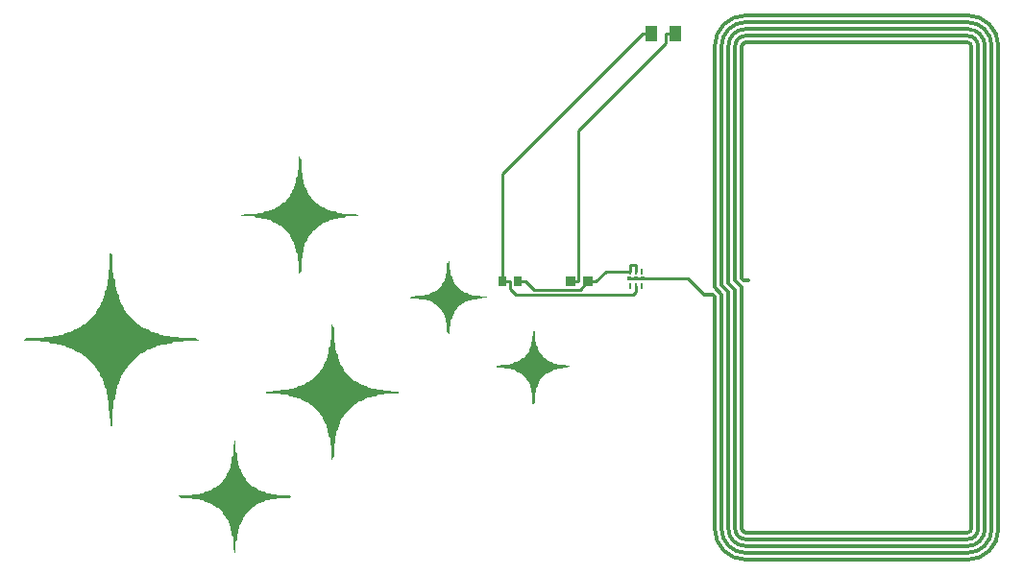
<source format=gtl>
G04 Layer: TopLayer*
G04 EasyEDA v6.5.44, 2024-07-31 12:08:04*
G04 6954650e1ca441158a02f330892e30e1,656c5020d22243dfa845eb86cb698064,10*
G04 Gerber Generator version 0.2*
G04 Scale: 100 percent, Rotated: No, Reflected: No *
G04 Dimensions in millimeters *
G04 leading zeros omitted , absolute positions ,4 integer and 5 decimal *
%FSLAX45Y45*%
%MOMM*%

%AMMACRO1*21,1,$1,$2,0,0,$3*%
%ADD10C,0.2540*%
%ADD11C,0.3000*%
%ADD12C,0.3000*%
%ADD13R,0.8000X0.9000*%
%ADD14MACRO1,1X1.3995X0.0000*%
%ADD15R,1.0000X1.3995*%
%ADD16MACRO1,0.864X0.8065X90.0000*%
%ADD17R,0.2800X0.5000*%
%ADD18R,0.4500X0.3000*%
%ADD19R,0.3000X0.3000*%
%ADD20R,0.0172X0.3000*%

%LPD*%
G36*
X2556306Y-1397000D02*
G01*
X2554274Y-1512671D01*
X2543352Y-1521714D01*
X2543352Y-1579016D01*
X2532278Y-1588262D01*
X2532278Y-1623415D01*
X2521204Y-1632610D01*
X2521204Y-1656638D01*
X2510078Y-1665833D01*
X2510078Y-1689912D01*
X2499004Y-1699107D01*
X2499004Y-1711604D01*
X2476804Y-1732838D01*
X2476804Y-1744725D01*
X2443581Y-1777339D01*
X2443581Y-1789328D01*
X2426462Y-1805381D01*
X2415540Y-1805381D01*
X2382875Y-1838655D01*
X2370531Y-1838655D01*
X2361336Y-1849729D01*
X2348382Y-1849729D01*
X2339187Y-1860854D01*
X2315108Y-1860854D01*
X2305913Y-1871929D01*
X2292959Y-1871929D01*
X2283714Y-1883003D01*
X2248560Y-1883003D01*
X2239365Y-1894078D01*
X2193137Y-1894078D01*
X2183942Y-1905203D01*
X2071166Y-1905203D01*
X2061972Y-1916277D01*
X2055266Y-1916277D01*
X2052472Y-1916531D01*
X2049932Y-1917192D01*
X2047849Y-1918207D01*
X2046579Y-1919427D01*
X2044598Y-1922627D01*
X2049322Y-1927352D01*
X2161794Y-1927352D01*
X2170988Y-1938426D01*
X2228291Y-1938426D01*
X2237486Y-1949551D01*
X2272639Y-1949551D01*
X2281834Y-1960625D01*
X2305913Y-1960625D01*
X2315108Y-1971700D01*
X2328062Y-1971700D01*
X2337308Y-1982774D01*
X2350262Y-1982774D01*
X2359456Y-1993900D01*
X2372461Y-1993900D01*
X2381656Y-2004974D01*
X2393797Y-2004974D01*
X2476804Y-2088235D01*
X2476804Y-2100173D01*
X2487930Y-2109368D01*
X2487930Y-2122322D01*
X2499004Y-2131517D01*
X2499004Y-2144522D01*
X2510078Y-2153716D01*
X2510078Y-2166670D01*
X2521204Y-2175865D01*
X2521204Y-2199944D01*
X2532278Y-2209139D01*
X2532278Y-2244293D01*
X2543352Y-2253488D01*
X2543352Y-2310841D01*
X2554274Y-2319883D01*
X2556306Y-2435555D01*
X2563672Y-2435555D01*
X2565958Y-2419451D01*
X2576626Y-2410612D01*
X2576626Y-2297836D01*
X2587701Y-2288641D01*
X2587701Y-2242413D01*
X2598775Y-2233218D01*
X2598775Y-2198065D01*
X2609900Y-2188870D01*
X2609900Y-2164791D01*
X2620975Y-2155596D01*
X2620975Y-2142642D01*
X2632049Y-2133396D01*
X2632049Y-2120442D01*
X2643124Y-2111248D01*
X2643124Y-2098903D01*
X2676042Y-2066594D01*
X2678277Y-2051151D01*
X2693619Y-2048967D01*
X2737154Y-2004974D01*
X2748940Y-2004974D01*
X2770174Y-1982774D01*
X2782671Y-1982774D01*
X2791917Y-1971700D01*
X2815945Y-1971700D01*
X2825140Y-1960625D01*
X2849219Y-1960625D01*
X2858414Y-1949551D01*
X2893568Y-1949551D01*
X2902762Y-1938426D01*
X2960116Y-1938426D01*
X2969158Y-1927555D01*
X3084830Y-1925523D01*
X3083255Y-1918106D01*
X3075990Y-1916988D01*
X3072841Y-1916125D01*
X3069539Y-1914601D01*
X3066592Y-1912670D01*
X3064306Y-1910486D01*
X3059887Y-1905203D01*
X2947111Y-1905203D01*
X2937916Y-1894078D01*
X2891688Y-1894078D01*
X2882493Y-1883003D01*
X2847340Y-1883003D01*
X2838145Y-1871929D01*
X2814066Y-1871929D01*
X2804871Y-1860854D01*
X2791917Y-1860854D01*
X2782671Y-1849729D01*
X2769717Y-1849729D01*
X2760522Y-1838655D01*
X2748026Y-1838655D01*
X2726791Y-1816455D01*
X2715006Y-1816455D01*
X2665323Y-1766417D01*
X2665323Y-1755038D01*
X2643124Y-1733804D01*
X2643124Y-1721307D01*
X2632049Y-1712112D01*
X2632049Y-1699107D01*
X2620975Y-1689912D01*
X2620975Y-1676958D01*
X2609900Y-1667764D01*
X2609900Y-1643684D01*
X2598775Y-1634489D01*
X2598775Y-1599336D01*
X2587701Y-1590141D01*
X2587701Y-1543913D01*
X2576626Y-1534668D01*
X2576626Y-1421942D01*
X2565958Y-1413103D01*
X2563672Y-1397000D01*
G37*
G36*
X896264Y-2248814D02*
G01*
X891235Y-2253843D01*
X891235Y-2388412D01*
X880160Y-2397658D01*
X880160Y-2477160D01*
X869086Y-2486355D01*
X869086Y-2532583D01*
X858012Y-2541778D01*
X858012Y-2576931D01*
X846886Y-2586126D01*
X846886Y-2621280D01*
X835812Y-2630474D01*
X835812Y-2643428D01*
X824737Y-2652674D01*
X824737Y-2676702D01*
X813612Y-2685897D01*
X813612Y-2698902D01*
X802538Y-2708097D01*
X802538Y-2720594D01*
X780389Y-2741828D01*
X780389Y-2754325D01*
X769264Y-2763520D01*
X769264Y-2775661D01*
X663854Y-2880868D01*
X652373Y-2880868D01*
X631139Y-2903067D01*
X618642Y-2903067D01*
X609447Y-2914142D01*
X596493Y-2914142D01*
X587298Y-2925216D01*
X574294Y-2925216D01*
X565099Y-2936341D01*
X552145Y-2936341D01*
X542899Y-2947416D01*
X518871Y-2947416D01*
X509676Y-2958490D01*
X485597Y-2958490D01*
X476402Y-2969615D01*
X441248Y-2969615D01*
X432054Y-2980690D01*
X385826Y-2980690D01*
X376580Y-2991764D01*
X308203Y-2991764D01*
X299008Y-3002838D01*
X153365Y-3002838D01*
X137210Y-3020060D01*
X142189Y-3025038D01*
X276809Y-3025038D01*
X286004Y-3036112D01*
X354431Y-3036112D01*
X363626Y-3047187D01*
X420979Y-3047187D01*
X430174Y-3058312D01*
X465328Y-3058312D01*
X474522Y-3069386D01*
X498551Y-3069386D01*
X507796Y-3080461D01*
X531825Y-3080461D01*
X541020Y-3091535D01*
X554024Y-3091535D01*
X563219Y-3102660D01*
X576173Y-3102660D01*
X585368Y-3113735D01*
X598373Y-3113735D01*
X607568Y-3124809D01*
X620522Y-3124809D01*
X629767Y-3135884D01*
X642213Y-3135884D01*
X663498Y-3158083D01*
X675182Y-3158083D01*
X758190Y-3241344D01*
X758190Y-3252774D01*
X780389Y-3274060D01*
X780389Y-3286048D01*
X802538Y-3307283D01*
X802538Y-3330397D01*
X824737Y-3351631D01*
X824737Y-3375253D01*
X835812Y-3384448D01*
X835812Y-3408476D01*
X846886Y-3417722D01*
X846886Y-3441750D01*
X858012Y-3450945D01*
X858012Y-3486099D01*
X869086Y-3495294D01*
X869086Y-3541572D01*
X880160Y-3550767D01*
X880160Y-3630269D01*
X891082Y-3639312D01*
X893114Y-3777132D01*
X911606Y-3777132D01*
X913587Y-3628237D01*
X924509Y-3619144D01*
X924509Y-3550767D01*
X935583Y-3541572D01*
X935583Y-3495294D01*
X946708Y-3486099D01*
X946708Y-3450945D01*
X957783Y-3441750D01*
X957783Y-3417722D01*
X968857Y-3408476D01*
X968857Y-3384448D01*
X979932Y-3375253D01*
X979932Y-3351174D01*
X991057Y-3341979D01*
X991057Y-3328974D01*
X1002131Y-3319779D01*
X1002131Y-3307283D01*
X1024331Y-3286048D01*
X1024331Y-3274060D01*
X1046480Y-3252774D01*
X1046480Y-3241141D01*
X1129741Y-3158083D01*
X1141171Y-3158083D01*
X1162456Y-3135884D01*
X1174953Y-3135884D01*
X1184148Y-3124809D01*
X1196644Y-3124809D01*
X1217879Y-3102660D01*
X1241450Y-3102660D01*
X1250645Y-3091535D01*
X1263650Y-3091535D01*
X1272844Y-3080461D01*
X1296924Y-3080461D01*
X1306118Y-3069386D01*
X1330147Y-3069386D01*
X1339392Y-3058312D01*
X1385620Y-3058312D01*
X1394815Y-3047187D01*
X1441043Y-3047187D01*
X1450238Y-3036112D01*
X1529740Y-3036112D01*
X1538833Y-3025190D01*
X1676654Y-3023209D01*
X1676654Y-3015792D01*
X1660550Y-3013506D01*
X1651711Y-3002838D01*
X1505712Y-3002838D01*
X1496466Y-2991764D01*
X1428089Y-2991764D01*
X1418894Y-2980690D01*
X1372616Y-2980690D01*
X1363421Y-2969615D01*
X1328267Y-2969615D01*
X1319072Y-2958490D01*
X1295044Y-2958490D01*
X1285798Y-2947416D01*
X1261770Y-2947416D01*
X1252575Y-2936341D01*
X1239570Y-2936341D01*
X1230376Y-2925216D01*
X1217422Y-2925216D01*
X1208227Y-2914142D01*
X1195222Y-2914142D01*
X1186027Y-2903067D01*
X1173530Y-2903067D01*
X1152296Y-2880868D01*
X1140612Y-2880868D01*
X1035405Y-2775458D01*
X1035405Y-2764028D01*
X1013206Y-2742742D01*
X1013206Y-2730246D01*
X1002131Y-2721051D01*
X1002131Y-2708097D01*
X991057Y-2698902D01*
X991057Y-2685897D01*
X979932Y-2676702D01*
X979932Y-2663748D01*
X968857Y-2654554D01*
X968857Y-2619400D01*
X957783Y-2610205D01*
X957783Y-2586126D01*
X946708Y-2576931D01*
X946708Y-2552852D01*
X935583Y-2543657D01*
X935583Y-2486355D01*
X924509Y-2477160D01*
X924509Y-2419807D01*
X913434Y-2410612D01*
X913434Y-2264968D01*
G37*
G36*
X3883151Y-2317292D02*
G01*
X3875786Y-2318816D01*
X3874617Y-2326081D01*
X3873754Y-2329281D01*
X3872229Y-2332532D01*
X3870299Y-2335479D01*
X3868165Y-2337765D01*
X3862832Y-2342184D01*
X3862832Y-2421686D01*
X3851757Y-2430881D01*
X3851757Y-2466035D01*
X3840632Y-2475230D01*
X3840632Y-2488234D01*
X3829558Y-2497429D01*
X3829558Y-2510383D01*
X3818483Y-2519578D01*
X3818483Y-2531821D01*
X3768394Y-2581503D01*
X3756558Y-2581503D01*
X3747363Y-2592628D01*
X3734358Y-2592628D01*
X3725164Y-2603703D01*
X3712210Y-2603703D01*
X3703015Y-2614777D01*
X3667861Y-2614777D01*
X3658666Y-2625852D01*
X3579164Y-2625852D01*
X3569919Y-2636977D01*
X3545382Y-2636977D01*
X3541471Y-2643327D01*
X3546195Y-2648051D01*
X3614267Y-2648051D01*
X3623513Y-2659126D01*
X3680815Y-2659126D01*
X3690010Y-2670200D01*
X3714089Y-2670200D01*
X3723284Y-2681325D01*
X3735781Y-2681325D01*
X3757015Y-2703474D01*
X3768801Y-2703474D01*
X3818483Y-2753563D01*
X3818483Y-2765399D01*
X3829558Y-2774594D01*
X3829558Y-2787599D01*
X3840632Y-2796794D01*
X3840632Y-2809748D01*
X3851757Y-2818993D01*
X3851757Y-2854096D01*
X3862832Y-2863291D01*
X3862832Y-2942793D01*
X3868165Y-2947212D01*
X3870299Y-2949498D01*
X3872229Y-2952496D01*
X3873754Y-2955747D01*
X3874617Y-2958896D01*
X3875786Y-2966212D01*
X3883151Y-2967736D01*
X3885285Y-2896362D01*
X3896106Y-2887370D01*
X3896106Y-2841142D01*
X3907180Y-2831947D01*
X3907180Y-2807868D01*
X3918254Y-2798673D01*
X3918254Y-2785719D01*
X3929329Y-2776524D01*
X3929329Y-2764028D01*
X3951528Y-2742742D01*
X3951528Y-2730652D01*
X3968648Y-2714599D01*
X3979722Y-2714599D01*
X4000957Y-2692400D01*
X4013454Y-2692400D01*
X4022648Y-2681325D01*
X4035653Y-2681325D01*
X4044848Y-2670200D01*
X4068876Y-2670200D01*
X4078122Y-2659126D01*
X4124350Y-2659126D01*
X4133342Y-2648305D01*
X4213961Y-2646222D01*
X4214012Y-2638806D01*
X4166514Y-2636621D01*
X4157624Y-2625852D01*
X4089196Y-2625852D01*
X4080001Y-2614777D01*
X4055922Y-2614777D01*
X4046728Y-2603703D01*
X4023156Y-2603703D01*
X4001871Y-2581503D01*
X3990187Y-2581503D01*
X3929329Y-2520391D01*
X3929329Y-2508504D01*
X3918254Y-2499309D01*
X3918254Y-2486355D01*
X3907180Y-2477160D01*
X3907180Y-2453081D01*
X3896106Y-2443886D01*
X3896106Y-2397658D01*
X3885285Y-2388666D01*
G37*
G36*
X2844596Y-2882747D02*
G01*
X2842564Y-3009493D01*
X2831642Y-3018536D01*
X2831642Y-3075889D01*
X2820568Y-3085084D01*
X2820568Y-3131312D01*
X2809494Y-3140506D01*
X2809494Y-3164586D01*
X2798368Y-3173780D01*
X2798368Y-3197809D01*
X2787294Y-3207054D01*
X2787294Y-3220008D01*
X2776220Y-3229203D01*
X2776220Y-3242157D01*
X2765145Y-3251403D01*
X2765145Y-3263900D01*
X2742946Y-3285134D01*
X2742946Y-3296818D01*
X2670759Y-3368751D01*
X2659329Y-3368751D01*
X2638094Y-3390950D01*
X2625598Y-3390950D01*
X2616352Y-3402025D01*
X2603398Y-3402025D01*
X2594203Y-3413099D01*
X2581198Y-3413099D01*
X2572004Y-3424174D01*
X2547975Y-3424174D01*
X2538780Y-3435248D01*
X2514701Y-3435248D01*
X2505506Y-3446373D01*
X2470353Y-3446373D01*
X2461158Y-3457448D01*
X2392730Y-3457448D01*
X2383688Y-3468370D01*
X2268016Y-3470401D01*
X2265832Y-3485489D01*
X2271064Y-3490722D01*
X2394610Y-3490722D01*
X2403805Y-3501796D01*
X2461158Y-3501796D01*
X2470353Y-3512870D01*
X2505506Y-3512870D01*
X2514701Y-3523996D01*
X2538780Y-3523996D01*
X2547975Y-3535070D01*
X2572004Y-3535070D01*
X2581198Y-3546144D01*
X2594203Y-3546144D01*
X2603398Y-3557219D01*
X2616352Y-3557219D01*
X2625598Y-3568344D01*
X2638094Y-3568344D01*
X2659329Y-3590493D01*
X2671013Y-3590493D01*
X2742946Y-3662679D01*
X2742946Y-3674110D01*
X2765145Y-3695344D01*
X2765145Y-3707841D01*
X2776220Y-3717086D01*
X2776220Y-3730040D01*
X2787294Y-3739235D01*
X2787294Y-3752240D01*
X2798368Y-3761435D01*
X2798368Y-3785463D01*
X2809494Y-3794658D01*
X2809494Y-3829812D01*
X2820568Y-3839006D01*
X2820568Y-3874160D01*
X2831642Y-3883355D01*
X2831642Y-3940708D01*
X2842564Y-3949750D01*
X2844596Y-4076496D01*
X2851962Y-4076496D01*
X2854248Y-4060393D01*
X2864916Y-4051554D01*
X2864916Y-3927754D01*
X2875991Y-3918508D01*
X2875991Y-3861206D01*
X2887065Y-3852011D01*
X2887065Y-3816858D01*
X2898190Y-3807663D01*
X2898190Y-3783584D01*
X2909265Y-3774389D01*
X2909265Y-3761435D01*
X2920339Y-3752240D01*
X2920339Y-3728161D01*
X2931464Y-3718966D01*
X2931464Y-3706469D01*
X2953613Y-3685184D01*
X2953613Y-3673551D01*
X3047949Y-3579418D01*
X3059430Y-3579418D01*
X3080664Y-3557219D01*
X3104235Y-3557219D01*
X3113430Y-3546144D01*
X3126435Y-3546144D01*
X3135630Y-3535070D01*
X3148584Y-3535070D01*
X3157778Y-3523996D01*
X3192932Y-3523996D01*
X3202127Y-3512870D01*
X3237280Y-3512870D01*
X3246475Y-3501796D01*
X3303828Y-3501796D01*
X3312871Y-3490874D01*
X3439617Y-3488842D01*
X3439617Y-3470401D01*
X3312871Y-3468370D01*
X3303828Y-3457448D01*
X3246475Y-3457448D01*
X3237280Y-3446373D01*
X3202127Y-3446373D01*
X3192932Y-3435248D01*
X3168904Y-3435248D01*
X3159709Y-3424174D01*
X3135630Y-3424174D01*
X3126435Y-3413099D01*
X3113430Y-3413099D01*
X3104235Y-3402025D01*
X3091281Y-3402025D01*
X3082086Y-3390950D01*
X3069082Y-3390950D01*
X3059887Y-3379825D01*
X3047746Y-3379825D01*
X2953613Y-3285490D01*
X2953613Y-3273552D01*
X2942539Y-3264357D01*
X2942539Y-3251860D01*
X2920339Y-3230626D01*
X2920339Y-3207054D01*
X2909265Y-3197809D01*
X2909265Y-3184855D01*
X2898190Y-3175660D01*
X2898190Y-3140506D01*
X2887065Y-3131312D01*
X2887065Y-3107232D01*
X2875991Y-3098038D01*
X2875991Y-3040735D01*
X2864916Y-3031540D01*
X2864916Y-2907690D01*
X2854248Y-2898851D01*
X2851962Y-2882747D01*
G37*
G36*
X4618634Y-2938170D02*
G01*
X4616551Y-3020618D01*
X4605731Y-3029610D01*
X4605731Y-3064764D01*
X4594656Y-3074009D01*
X4594656Y-3086963D01*
X4583531Y-3096158D01*
X4583531Y-3119577D01*
X4550257Y-3152241D01*
X4550257Y-3164179D01*
X4533188Y-3180232D01*
X4522114Y-3180232D01*
X4500829Y-3202432D01*
X4488332Y-3202432D01*
X4479137Y-3213506D01*
X4455109Y-3213506D01*
X4445863Y-3224631D01*
X4421835Y-3224631D01*
X4412640Y-3235706D01*
X4333138Y-3235706D01*
X4323943Y-3246780D01*
X4299407Y-3246780D01*
X4295444Y-3253130D01*
X4300169Y-3257854D01*
X4368292Y-3257854D01*
X4377486Y-3268979D01*
X4423714Y-3268979D01*
X4432909Y-3280054D01*
X4456988Y-3280054D01*
X4466183Y-3291128D01*
X4479137Y-3291128D01*
X4488332Y-3302203D01*
X4501337Y-3302203D01*
X4510532Y-3313328D01*
X4522825Y-3313328D01*
X4561382Y-3352342D01*
X4561382Y-3363671D01*
X4583531Y-3384905D01*
X4583531Y-3397402D01*
X4594656Y-3406597D01*
X4594656Y-3430676D01*
X4605731Y-3439871D01*
X4605731Y-3475024D01*
X4616805Y-3484219D01*
X4616805Y-3574491D01*
X4621784Y-3579469D01*
X4639005Y-3563365D01*
X4639005Y-3484219D01*
X4650079Y-3475024D01*
X4650079Y-3439871D01*
X4661154Y-3430676D01*
X4661154Y-3406597D01*
X4672228Y-3397402D01*
X4672228Y-3384448D01*
X4683353Y-3375253D01*
X4683353Y-3363010D01*
X4733442Y-3313328D01*
X4745278Y-3313328D01*
X4754473Y-3302203D01*
X4767427Y-3302203D01*
X4776622Y-3291128D01*
X4789627Y-3291128D01*
X4798822Y-3280054D01*
X4822901Y-3280054D01*
X4832096Y-3268979D01*
X4878324Y-3268979D01*
X4887315Y-3258108D01*
X4967935Y-3256026D01*
X4967986Y-3248609D01*
X4920538Y-3246475D01*
X4911598Y-3235706D01*
X4843170Y-3235706D01*
X4833975Y-3224631D01*
X4798822Y-3224631D01*
X4789627Y-3213506D01*
X4776622Y-3213506D01*
X4767427Y-3202432D01*
X4754930Y-3202432D01*
X4733696Y-3180232D01*
X4721606Y-3180232D01*
X4705502Y-3163163D01*
X4705502Y-3152241D01*
X4672228Y-3119577D01*
X4672228Y-3107232D01*
X4661154Y-3098038D01*
X4661154Y-3074009D01*
X4650079Y-3064764D01*
X4650079Y-3029610D01*
X4639208Y-3020618D01*
X4637125Y-2938170D01*
G37*
G36*
X1990801Y-3902811D02*
G01*
X1988566Y-3929938D01*
X1977898Y-3938828D01*
X1977898Y-4040479D01*
X1966772Y-4049674D01*
X1966772Y-4095953D01*
X1955698Y-4105148D01*
X1955698Y-4140301D01*
X1944624Y-4149496D01*
X1944624Y-4162450D01*
X1933498Y-4171645D01*
X1933498Y-4184650D01*
X1922424Y-4193844D01*
X1922424Y-4206798D01*
X1911350Y-4215993D01*
X1911350Y-4228490D01*
X1889150Y-4249724D01*
X1889150Y-4261561D01*
X1850136Y-4300118D01*
X1838807Y-4300118D01*
X1817573Y-4322267D01*
X1805076Y-4322267D01*
X1795881Y-4333392D01*
X1782876Y-4333392D01*
X1773682Y-4344466D01*
X1760728Y-4344466D01*
X1751533Y-4355541D01*
X1727454Y-4355541D01*
X1718259Y-4366615D01*
X1683105Y-4366615D01*
X1673910Y-4377740D01*
X1616557Y-4377740D01*
X1607362Y-4388815D01*
X1494129Y-4388815D01*
X1490218Y-4395165D01*
X1492554Y-4397552D01*
X1493977Y-4398467D01*
X1496110Y-4399229D01*
X1498600Y-4399686D01*
X1501241Y-4399889D01*
X1507591Y-4399889D01*
X1516786Y-4410964D01*
X1618437Y-4410964D01*
X1627682Y-4422089D01*
X1684985Y-4422089D01*
X1694180Y-4433163D01*
X1718259Y-4433163D01*
X1727454Y-4444238D01*
X1751533Y-4444238D01*
X1760728Y-4455312D01*
X1773682Y-4455312D01*
X1782876Y-4466437D01*
X1795881Y-4466437D01*
X1805076Y-4477512D01*
X1817573Y-4477512D01*
X1838807Y-4499711D01*
X1850593Y-4499711D01*
X1889150Y-4538726D01*
X1889150Y-4550054D01*
X1911350Y-4571288D01*
X1911350Y-4583328D01*
X1933498Y-4604562D01*
X1933498Y-4628134D01*
X1944624Y-4637328D01*
X1944624Y-4650333D01*
X1955698Y-4659528D01*
X1955698Y-4694682D01*
X1966772Y-4703876D01*
X1966772Y-4739030D01*
X1977898Y-4748225D01*
X1977898Y-4861001D01*
X1988566Y-4869840D01*
X1990801Y-4897018D01*
X1998218Y-4897018D01*
X2000250Y-4792421D01*
X2011121Y-4783378D01*
X2011121Y-4726025D01*
X2022246Y-4716830D01*
X2022246Y-4681677D01*
X2033320Y-4672482D01*
X2033320Y-4648403D01*
X2044395Y-4639208D01*
X2044395Y-4626254D01*
X2055469Y-4617059D01*
X2055469Y-4604054D01*
X2066594Y-4594860D01*
X2066594Y-4581906D01*
X2077669Y-4572711D01*
X2077669Y-4560519D01*
X2149856Y-4488586D01*
X2161286Y-4488586D01*
X2182520Y-4466437D01*
X2195017Y-4466437D01*
X2204212Y-4455312D01*
X2217216Y-4455312D01*
X2226411Y-4444238D01*
X2250490Y-4444238D01*
X2259685Y-4433163D01*
X2294839Y-4433163D01*
X2304034Y-4422089D01*
X2350262Y-4422089D01*
X2359456Y-4410964D01*
X2471826Y-4410964D01*
X2487980Y-4393793D01*
X2483002Y-4388815D01*
X2370531Y-4388815D01*
X2361336Y-4377740D01*
X2315108Y-4377740D01*
X2305913Y-4366615D01*
X2270760Y-4366615D01*
X2261565Y-4355541D01*
X2237486Y-4355541D01*
X2228291Y-4344466D01*
X2204720Y-4344466D01*
X2183485Y-4322267D01*
X2170988Y-4322267D01*
X2161794Y-4311192D01*
X2149551Y-4311192D01*
X2088743Y-4250080D01*
X2088743Y-4238650D01*
X2066594Y-4217416D01*
X2066594Y-4204919D01*
X2055469Y-4195724D01*
X2055469Y-4182770D01*
X2044395Y-4173524D01*
X2044395Y-4160570D01*
X2033320Y-4151376D01*
X2033320Y-4127296D01*
X2022246Y-4118101D01*
X2022246Y-4082948D01*
X2011121Y-4073753D01*
X2011121Y-4016451D01*
X2000250Y-4007408D01*
X1998218Y-3902811D01*
G37*
D10*
X5464507Y-2476505D02*
G01*
X5984245Y-2476505D01*
X6126479Y-2618739D01*
X5022164Y-2501900D02*
G01*
X5022164Y-1166164D01*
X5792876Y-395452D01*
X5792876Y-317500D01*
X4953863Y-2501900D02*
G01*
X5022164Y-2501900D01*
X5870829Y-317500D02*
G01*
X5792876Y-317500D01*
X5660770Y-317500D02*
G01*
X5582818Y-317500D01*
X5582818Y-317500D02*
G01*
X4349597Y-1550720D01*
X4349597Y-2501900D01*
X4417568Y-2501900D02*
G01*
X4417568Y-2569870D01*
X4465040Y-2617343D01*
X5501614Y-2617343D01*
X5524500Y-2594457D01*
X4349597Y-2501900D02*
G01*
X4417568Y-2501900D01*
X5524500Y-2541498D02*
G01*
X5524500Y-2594457D01*
X4489602Y-2501900D02*
G01*
X4557572Y-2501900D01*
X4557572Y-2501900D02*
G01*
X4629835Y-2574162D01*
X5032273Y-2574162D01*
X5104536Y-2501900D01*
X5104536Y-2501900D02*
G01*
X5172811Y-2501900D01*
X5172811Y-2501900D02*
G01*
X5263210Y-2411501D01*
X5474512Y-2411501D01*
X5474512Y-2358542D02*
G01*
X5524500Y-2358542D01*
X5474512Y-2411501D02*
G01*
X5474512Y-2358542D01*
X5524500Y-2411501D02*
G01*
X5524500Y-2358542D01*
D11*
X6125997Y-2617800D02*
G01*
X6138697Y-2617800D01*
X6205702Y-2617800D01*
X6222212Y-2634310D01*
X6222212Y-4684293D01*
X6462191Y-424306D02*
G01*
X6462191Y-2474290D01*
X6478701Y-2490800D01*
X6519697Y-2490800D01*
X6282207Y-4684293D02*
G01*
X6282207Y-2614295D01*
X6222212Y-2554300D01*
X6222212Y-424306D01*
X6402197Y-4684293D02*
G01*
X6402197Y-2574289D01*
X6342202Y-2514295D01*
X6342202Y-424306D01*
X6342202Y-4684293D02*
G01*
X6342202Y-2594305D01*
X6282207Y-2534310D01*
X6282207Y-424306D01*
X6462191Y-4684293D02*
G01*
X6462191Y-2554300D01*
X6402197Y-2494305D01*
X6402197Y-424306D01*
X6492214Y-154304D02*
G01*
X8452205Y-154304D01*
X6492214Y-214299D02*
G01*
X8452205Y-214299D01*
X6492214Y-274294D02*
G01*
X8452205Y-274294D01*
X6492214Y-334314D02*
G01*
X8452205Y-334314D01*
X6492214Y-394309D02*
G01*
X8452205Y-394309D01*
X6492214Y-4954295D02*
G01*
X8452205Y-4954295D01*
X6492214Y-4894300D02*
G01*
X8452205Y-4894300D01*
X6492214Y-4834305D02*
G01*
X8452205Y-4834305D01*
X6492214Y-4774285D02*
G01*
X8452205Y-4774285D01*
X6492214Y-4714290D02*
G01*
X8452205Y-4714290D01*
X8722207Y-4684293D02*
G01*
X8722207Y-424306D01*
X8662187Y-4684293D02*
G01*
X8662187Y-424306D01*
X8602192Y-4684293D02*
G01*
X8602192Y-424306D01*
X8542197Y-4684293D02*
G01*
X8542197Y-424306D01*
X8482202Y-4684293D02*
G01*
X8482202Y-424306D01*
D12*
G01*
X6126479Y-2618739D03*
D13*
G01*
X4489602Y-2501900D03*
G01*
X4349597Y-2501900D03*
D14*
G01*
X5660770Y-317500D03*
D15*
G01*
X5870829Y-317500D03*
D16*
G01*
X5104524Y-2501900D03*
G01*
X4953875Y-2501900D03*
D17*
G01*
X5524502Y-2541503D03*
G01*
X5574489Y-2541503D03*
D18*
G01*
X5584497Y-2476505D03*
D17*
G01*
X5574515Y-2411506D03*
G01*
X5524502Y-2411506D03*
G01*
X5474515Y-2411506D03*
D18*
G01*
X5464507Y-2476505D03*
D19*
G01*
X5524502Y-2476505D03*
D11*
G75*
G01*
X8722208Y-424307D02*
G03*
X8452206Y-154305I-270002J0D01*
G75*
G01*
X8662187Y-424307D02*
G03*
X8452206Y-214300I-210007J0D01*
G75*
G01*
X8602193Y-424307D02*
G03*
X8452206Y-274295I-149987J25D01*
G75*
G01*
X8542198Y-424307D02*
G03*
X8452206Y-334315I-89992J0D01*
G75*
G01*
X8482203Y-424307D02*
G03*
X8452206Y-394310I-29997J0D01*
G75*
G01*
X8722208Y-4684293D02*
G02*
X8452206Y-4954295I-270002J0D01*
G75*
G01*
X8662187Y-4684293D02*
G02*
X8452206Y-4894301I-210007J0D01*
G75*
G01*
X8602193Y-4684293D02*
G02*
X8452206Y-4834306I-149987J-26D01*
G75*
G01*
X8542198Y-4684293D02*
G02*
X8452206Y-4774286I-89992J0D01*
G75*
G01*
X8482203Y-4684293D02*
G02*
X8452206Y-4714291I-29997J0D01*
G75*
G01*
X6222213Y-4684293D02*
G03*
X6492215Y-4954295I270002J0D01*
G75*
G01*
X6282207Y-4684293D02*
G03*
X6492215Y-4894301I210008J0D01*
G75*
G01*
X6342202Y-4684293D02*
G03*
X6492215Y-4834306I149987J-26D01*
G75*
G01*
X6402197Y-4684293D02*
G03*
X6492215Y-4774286I89992J0D01*
G75*
G01*
X6462192Y-4684293D02*
G03*
X6492215Y-4714291I29997J0D01*
G75*
G01*
X6222213Y-424307D02*
G02*
X6492215Y-154305I270002J0D01*
G75*
G01*
X6282207Y-424307D02*
G02*
X6492215Y-214300I210008J0D01*
G75*
G01*
X6342202Y-424307D02*
G02*
X6492215Y-274295I149987J25D01*
G75*
G01*
X6402197Y-424307D02*
G02*
X6492215Y-334315I89992J0D01*
G75*
G01*
X6462192Y-424307D02*
G02*
X6492215Y-394310I29997J0D01*
D12*
G01*
X6519900Y-2490901D03*
D17*
G01*
X5474515Y-2541503D03*
M02*

</source>
